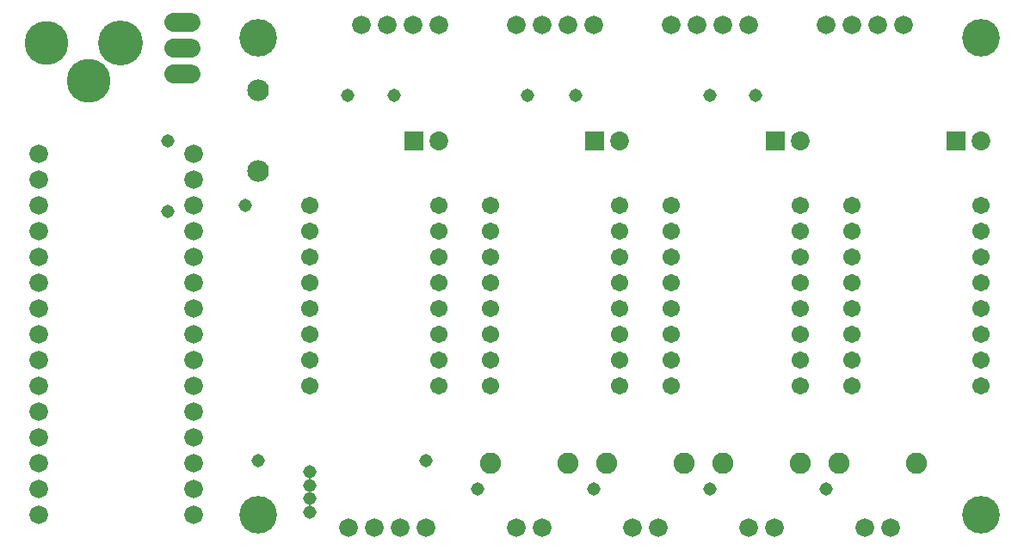
<source format=gbs>
G04 EAGLE Gerber RS-274X export*
G75*
%MOMM*%
%FSLAX34Y34*%
%LPD*%
%INSoldermask Bottom*%
%IPPOS*%
%AMOC8*
5,1,8,0,0,1.08239X$1,22.5*%
G01*
%ADD10C,3.703200*%
%ADD11C,1.854200*%
%ADD12R,1.854200X1.854200*%
%ADD13C,2.133600*%
%ADD14C,1.828800*%
%ADD15C,4.419200*%
%ADD16C,4.318000*%
%ADD17C,1.828800*%
%ADD18C,2.082800*%
%ADD19C,1.712800*%
%ADD20C,1.311200*%


D10*
X241300Y952500D03*
X241300Y482600D03*
X952500Y482600D03*
X952500Y952500D03*
D11*
X418900Y850900D03*
D12*
X393900Y850900D03*
D11*
X596700Y850900D03*
D12*
X571700Y850900D03*
D11*
X774500Y850900D03*
D12*
X749500Y850900D03*
D11*
X952300Y850900D03*
D12*
X927300Y850900D03*
D13*
X241300Y821060D03*
X241300Y901060D03*
D14*
X174498Y916940D02*
X158242Y916940D01*
X158242Y942340D02*
X174498Y942340D01*
X174498Y967740D02*
X158242Y967740D01*
D15*
X105758Y947420D03*
D16*
X32550Y947166D03*
X73980Y909804D03*
D17*
X25400Y660400D03*
X25400Y685800D03*
X25400Y711200D03*
X25400Y736600D03*
X25400Y762000D03*
X25400Y787400D03*
X25400Y635000D03*
X25400Y609600D03*
X25400Y584200D03*
X25400Y558800D03*
X25400Y533400D03*
X25400Y508000D03*
X25400Y482600D03*
X25400Y812800D03*
X25400Y838200D03*
X177800Y660400D03*
X177800Y635000D03*
X177800Y609600D03*
X177800Y584200D03*
X177800Y558800D03*
X177800Y533400D03*
X177800Y685800D03*
X177800Y711200D03*
X177800Y736600D03*
X177800Y762000D03*
X177800Y787400D03*
X177800Y812800D03*
X177800Y838200D03*
X177800Y508000D03*
X177800Y482600D03*
D18*
X469900Y533400D03*
X546100Y533400D03*
X584200Y533400D03*
X660400Y533400D03*
X698500Y533400D03*
X774700Y533400D03*
X812800Y533400D03*
X889000Y533400D03*
D19*
X292100Y787400D03*
X292100Y762000D03*
X292100Y736600D03*
X292100Y711200D03*
X292100Y685800D03*
X292100Y660400D03*
X292100Y635000D03*
X292100Y609600D03*
X419100Y609600D03*
X419100Y635000D03*
X419100Y660400D03*
X419100Y685800D03*
X419100Y711200D03*
X419100Y736600D03*
X419100Y762000D03*
X419100Y787400D03*
X469900Y787400D03*
X469900Y762000D03*
X469900Y736600D03*
X469900Y711200D03*
X469900Y685800D03*
X469900Y660400D03*
X469900Y635000D03*
X469900Y609600D03*
X596900Y609600D03*
X596900Y635000D03*
X596900Y660400D03*
X596900Y685800D03*
X596900Y711200D03*
X596900Y736600D03*
X596900Y762000D03*
X596900Y787400D03*
X647700Y787400D03*
X647700Y762000D03*
X647700Y736600D03*
X647700Y711200D03*
X647700Y685800D03*
X647700Y660400D03*
X647700Y635000D03*
X647700Y609600D03*
X774700Y609600D03*
X774700Y635000D03*
X774700Y660400D03*
X774700Y685800D03*
X774700Y711200D03*
X774700Y736600D03*
X774700Y762000D03*
X774700Y787400D03*
X825500Y787400D03*
X825500Y762000D03*
X825500Y736600D03*
X825500Y711200D03*
X825500Y685800D03*
X825500Y660400D03*
X825500Y635000D03*
X825500Y609600D03*
X952500Y609600D03*
X952500Y635000D03*
X952500Y660400D03*
X952500Y685800D03*
X952500Y711200D03*
X952500Y736600D03*
X952500Y762000D03*
X952500Y787400D03*
D17*
X368300Y965200D03*
X393700Y965200D03*
X419100Y965200D03*
X342900Y965200D03*
X520700Y965200D03*
X546100Y965200D03*
X571500Y965200D03*
X495300Y965200D03*
X673100Y965200D03*
X698500Y965200D03*
X723900Y965200D03*
X647700Y965200D03*
X825500Y965200D03*
X850900Y965200D03*
X876300Y965200D03*
X800100Y965200D03*
X520700Y469900D03*
X495300Y469900D03*
X635000Y469900D03*
X609600Y469900D03*
X749300Y469900D03*
X723900Y469900D03*
X863600Y469900D03*
X838200Y469900D03*
X381000Y469900D03*
X355600Y469900D03*
X330200Y469900D03*
X406400Y469900D03*
D20*
X328930Y895350D03*
X374650Y895350D03*
X506016Y895350D03*
X553720Y895350D03*
X685800Y895350D03*
X730250Y895350D03*
X152400Y850900D03*
X152400Y781050D03*
X241300Y535940D03*
X406400Y535940D03*
X800100Y508000D03*
X685800Y508000D03*
X571500Y508000D03*
X457200Y508000D03*
X228600Y787400D03*
X292100Y498252D03*
X292100Y511364D03*
X292100Y524476D03*
X292100Y485140D03*
M02*

</source>
